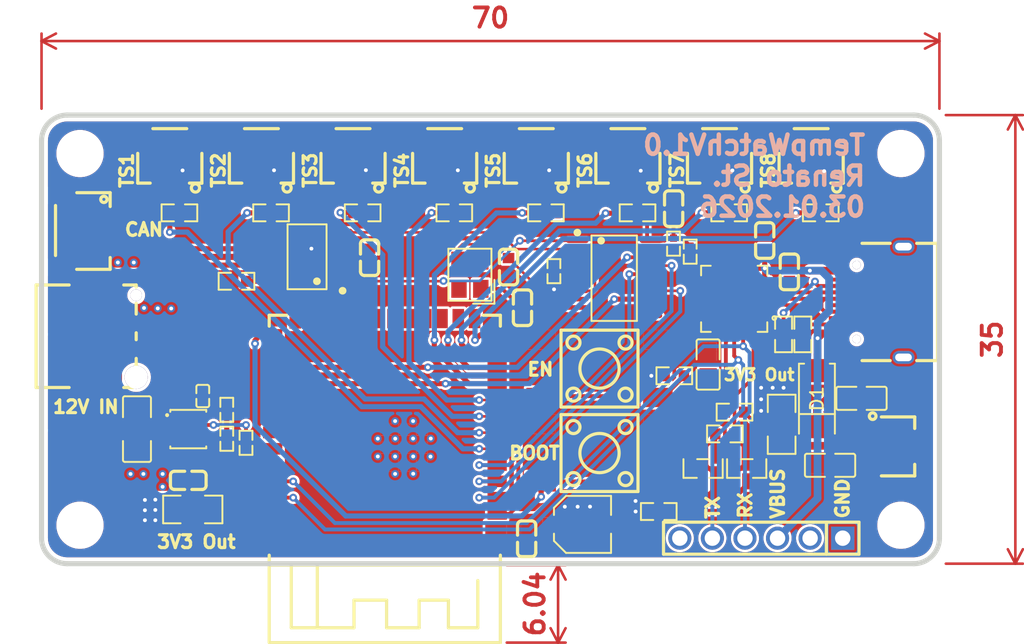
<source format=kicad_pcb>
(kicad_pcb (version 20241229) (generator "pcbnew") (generator_version "9.0")
  (layers (0 "F.Cu" signal) (4 "In1.Cu" signal) (6 "In2.Cu" signal) (2 "B.Cu" signal) (13 "F.Paste" user) (15 "B.Paste" user) (5 "F.SilkS" user "F.Silkscreen") (7 "B.SilkS" user "B.Silkscreen") (1 "F.Mask" user) (3 "B.Mask" user) (25 "Edge.Cuts" user))
  (net 0 "")
  (net 1 "/Connector/Temp1")
  (net 2 "/Connector/Temp2")
  (net 3 "/Connector/Temp3")
  (net 4 "/Connector/Temp4")
  (net 5 "/Connector/Temp5")
  (net 6 "/Connector/Temp6")
  (net 7 "/Connector/Temp7")
  (net 8 "/Connector/Temp8")
  (net 9 "+12V")
  (net 10 "GND")
  (net 11 "/CAN/CANL")
  (net 12 "/CAN/CANH")
  (net 13 "+3.3V")
  (net 14 "Net-(U6-VDD)")
  (net 15 "VBUS")
  (net 16 "Net-(U7-SS{slash}TR)")
  (net 19 "/esp32S3/TX")
  (net 20 "/esp32S3/RX")
  (net 21 "Net-(Q1-E)")
  (net 22 "/esp32S3/EN")
  (net 23 "Net-(Q1-B)")
  (net 24 "Net-(Q2-E)")
  (net 25 "Net-(Q2-B)")
  (net 26 "/esp32S3/BOOT")
  (net 27 "Net-(U5-SBU1)")
  (net 28 "Net-(U5-SBU2)")
  (net 29 "Net-(U7-PG)")
  (net 30 "Net-(U7-FB)")
  (net 31 "/CAN/MISO")
  (net 32 "/CAN/MOSI")
  (net 33 "/CAN/SCK")
  (net 34 "/CAN/CAN_CS")
  (net 35 "/CAN/TXCAN")
  (net 36 "/CAN/CAN_IN")
  (net 37 "/CAN/RXCAN")
  (net 59 "Net-(U5-DN1)")
  (net 60 "Net-(U5-DP1)")
  (net 80 "Net-(C8-Pad2)")
  (net 81 "Net-(U9-VOUT)")
  (net 82 "Net-(U1-OSC2)")
  (net 83 "Net-(U1-OSC1)")
  (net 84 "Net-(U2-RS)")
  (net 86 "Net-(U1-~{TX0RTS})")
  (net 87 "Net-(U1-~{RESET})")
  (net 90 "Net-(D1-K)")
  (footprint "easyeda2kicad:CAP-SMD_BD4.0-L4.3-W4.3-LS5.1-FD" (layer "F.Cu") (at 147.17 121.93)
    (property "Reference" "C5" (hide yes))
    (property "Value" "22uF" (hide yes))
  )
  (footprint "easyeda2kicad:C0805" (layer "F.Cu") (at 156.97 109.46 90)
    (property "Reference" "C16" (hide yes))
    (property "Value" "1uF" (hide yes))
  )
  (footprint "easyeda2kicad:CONN-SMD_SM03B-SRSS-TB-LF-SN-P" (layer "F.Cu") (at 122.142857 93.6875 180)
    (property "Reference" "CN2" (hide yes))
    (property "Value" "SM03B-SRSS-TB(LF)(SN)(P)")
  )
  (footprint "easyeda2kicad:C0603" (layer "F.Cu") (at 161.38 99.785 -90)
    (property "Reference" "C7" (hide yes))
    (property "Value" "100nF" (hide yes))
  )
  (footprint "easyeda2kicad:TSSOP-20_L6.5-W4.4-P0.65-LS6.4-BL" (layer "F.Cu") (at 149.645 102.73 -90)
    (property "Reference" "U1" (hide yes))
    (property "Value" "MCP2515-I/ST")
  )
  (footprint "easyeda2kicad:R0603" (layer "F.Cu") (at 162.85 107.11 90)
    (property "Reference" "R14" (hide yes))
    (property "Value" "5.1k" (hide yes))
  )
  (footprint "MountingHole:MountingHole_3.2mm_M3_DIN965" (layer "F.Cu") (at 172 93)
    (property "Reference" "H602" (hide yes))
    (property "Value" "MountingHole")
  )
  (footprint "easyeda2kicad:CONN-SMD_SM02B-PASS-1-TBT-LF-SN" (layer "F.Cu") (at 111.5 107.255348 90)
    (property "Reference" "CN11" (hide yes))
    (property "Value" "SM02B-PASS-1-TBT(LF)(SN)")
  )
  (footprint "easyeda2kicad:CONN-SMD_SM03B-SRSS-TB-LF-SN-P" (layer "F.Cu") (at 157.857143 93.6875 180)
    (property "Reference" "CN7" (hide yes))
    (property "Value" "SM03B-SRSS-TB(LF)(SN)(P)")
  )
  (footprint "easyeda2kicad:R0603" (layer "F.Cu") (at 122.892857 97.6275 180)
    (property "Reference" "R2" (hide yes))
    (property "Value" "4.7k")
  )
  (footprint "easyeda2kicad:C0603" (layer "F.Cu") (at 116.44 118.5)
    (property "Reference" "C8" (hide yes))
    (property "Value" "47uF" (hide yes))
  )
  (footprint "easyeda2kicad:R0603" (layer "F.Cu") (at 159.025 113.175)
    (property "Reference" "R17" (hide yes))
    (property "Value" "10k" (hide yes))
  )
  (footprint "easyeda2kicad:USIP-8_L3.0-W2.8-P0.65-TL-EP" (layer "F.Cu") (at 116.44 114.5)
    (property "Reference" "U7" (hide yes))
    (property "Value" "TPS82130SILR" (hide yes))
  )
  (footprint "easyeda2kicad:C0603" (layer "F.Cu") (at 142.82 123.055 90)
    (property "Reference" "C4" (hide yes))
    (property "Value" "100nF" (hide yes))
  )
  (footprint "easyeda2kicad:C0402" (layer "F.Cu") (at 117.57 111.92 -90)
    (property "Reference" "C9" (hide yes))
    (property "Value" "430pF" (hide yes))
  )
  (footprint "easyeda2kicad:CONN-SMD_SM03B-SRSS-TB-LF-SN-P" (layer "F.Cu") (at 143.571429 93.6875 180)
    (property "Reference" "CN5" (hide yes))
    (property "Value" "SM03B-SRSS-TB(LF)(SN)(P)")
  )
  (footprint "easyeda2kicad:CONN-SMD_SM03B-SRSS-TB-LF-SN-P" (layer "F.Cu") (at 115 93.6875 180)
    (property "Reference" "CN1" (hide yes))
    (property "Value" "SM03B-SRSS-TB(LF)(SN)(P)")
  )
  (footprint "easyeda2kicad:CRYSTAL-SMD_4P-L3.2-W2.5-BL" (layer "F.Cu") (at 138.395 102.455 90)
    (property "Reference" "X2" (hide yes))
    (property "Value" "10MHz")
  )
  (footprint "MountingHole:MountingHole_3.2mm_M3_DIN965" (layer "F.Cu") (at 108 93)
    (property "Reference" "H601" (hide yes))
    (property "Value" "MountingHole")
  )
  (footprint "easyeda2kicad:CONN-SMD_4P-P1.00_SM04B-SRSS-TB-LF-SN" (layer "F.Cu") (at 108.55 99.075 -90)
    (property "Reference" "CN10" (hide yes))
    (property "Value" "SM04B-SRSS-TB (LF)(SN)")
  )
  (footprint "easyeda2kicad:C0805" (layer "F.Cu") (at 168.925 112.1)
    (property "Reference" "C15" (hide yes))
    (property "Value" "1uF" (hide yes))
  )
  (footprint "easyeda2kicad:R0603" (layer "F.Cu") (at 137.178571 97.6275 180)
    (property "Reference" "R4" (hide yes))
    (property "Value" "4.7k")
  )
  (footprint "easyeda2kicad:SMA_L4.4-W2.6-LS5.0-RD" (layer "F.Cu") (at 165.45 112.125 90)
    (property "Reference" "D1")
    (property "Value" "B340A-13-F")
  )
  (footprint "easyeda2kicad:CONN-SMD_SM03B-SRSS-TB-LF-SN-P" (layer "F.Cu") (at 150.714286 93.6875 180)
    (property "Reference" "CN6" (hide yes))
    (property "Value" "SM03B-SRSS-TB(LF)(SN)(P)")
  )
  (footprint "easyeda2kicad:R0603" (layer "F.Cu") (at 120.2 102.965348)
    (property "Reference" "R21" (hide yes))
    (property "Value" "10")
  )
  (footprint "easyeda2kicad:R0603" (layer "F.Cu") (at 153.12 120.93 180)
    (property "Reference" "R12" (hide yes))
    (property "Value" "10k" (hide yes))
  )
  (footprint "MountingHole:MountingHole_3.2mm_M3_DIN965" (layer "F.Cu") (at 172 122)
    (property "Reference" "H603" (hide yes))
    (property "Value" "MountingHole")
  )
  (footprint "easyeda2kicad:C0603" (layer "F.Cu") (at 130.575 101.125 90)
    (property "Reference" "C11" (hide yes))
    (property "Value" "100nF")
  )
  (footprint "easyeda2kicad:QFN-28_L5.0-W5.0-P0.50-TL-EP3.3" (layer "F.Cu") (at 159 104.335 180)
    (property "Reference" "U6" (hide yes))
    (property "Value" "CP2102N-A02-GQFN28R" (hide yes))
  )
  (footprint "easyeda2kicad:C0603" (layer "F.Cu") (at 154.28 97.3 -90)
    (property "Reference" "C3" (hide yes))
    (property "Value" "100nF")
  )
  (footprint "easyeda2kicad:HDR-TH_6P-P2.54-V-M-1" (layer "F.Cu") (at 161.11 123.01 180)
    (property "Reference" "H1" (hide yes))
    (property "Value" "1x6" (hide yes))
  )
  (footprint "easyeda2kicad:R0603" (layer "F.Cu") (at 158.607143 97.6275 180)
    (property "Reference" "R7" (hide yes))
    (property "Value" "4.7k")
  )
  (footprint "easyeda2kicad:R0402" (layer "F.Cu") (at 154.27 100.03 90)
    (property "Reference" "R10" (hide yes))
    (property "Value" "100k")
  )
  (footprint "easyeda2kicad:R0603" (layer "F.Cu") (at 158.275 114.875 180)
    (property "Reference" "R16" (hide yes))
    (property "Value" "10k" (hide yes))
  )
  (footprint "easyeda2kicad:C0805" (layer "F.Cu") (at 166.475 117.325)
    (property "Reference" "C14" (hide yes))
    (property "Value" "1uF" (hide yes))
  )
  (footprint "easyeda2kicad:C0603" (layer "F.Cu") (at 142.495 105.03 90)
    (property "Reference" "C2" (hide yes))
    (property "Value" "22pF" (hide yes))
  )
  (footprint "easyeda2kicad:USB-C-SMD_YTC-TC16S-24" (layer "F.Cu") (at 169.65 104.585 90)
    (property "Reference" "U5" (hide yes))
    (property "Value" "YTC-TC16S-24" (hide yes))
  )
  (footprint "easyeda2kicad:R0402" (layer "F.Cu") (at 144.945 102.175 90)
    (property "Reference" "R9" (hide yes))
    (property "Value" "100k")
  )
  (footprint "easyeda2kicad:R1206" (layer "F.Cu") (at 162.7 114.125 90)
    (property "Reference" "R26" (hide yes))
    (property "Value" "0" (hide yes))
  )
  (footprint "easyeda2kicad:R0603" (layer "F.Cu") (at 144.321429 97.6275 180)
    (property "Reference" "R5" (hide yes))
    (property "Value" "4.7k")
  )
  (footprint "easyeda2kicad:SW-SMD_4P-L6.0-W6.0-P4.50-LS9.0_H5.0" (layer "F.Cu") (at 148.5 109.78 180)
    (property "Reference" "SW2" (hide yes))
    (property "Value" "KH-6X6X5H-STM" (hide yes))
  )
  (footprint "easyeda2kicad:R0603" (layer "F.Cu") (at 115.75 97.6275 180)
    (property "Reference" "R1" (hide yes))
    (property "Value" "4.7k")
  )
  (footprint "easyeda2kicad:SW-SMD_4P-L6.0-W6.0-P4.50-LS9.0_H5.0" (layer "F.Cu") (at 148.5 116.37 180)
    (property "Reference" "SW1" (hide yes))
    (property "Value" "KH-6X6X5H-STM" (hide yes))
  )
  (footprint "easyeda2kicad:R0402" (layer "F.Cu") (at 119.44 113 -90)
    (property "Reference" "R19" (hide yes))
    (property "Value" "100k" (hide yes))
  )
  (footprint "easyeda2kicad:R0603" (layer "F.Cu") (at 164.35 107.11 90)
    (property "Reference" "R15" (hide yes))
    (property "Value" "5.1k" (hide yes))
  )
  (footprint "MountingHole:MountingHole_3.2mm_M3_DIN965" (layer "F.Cu") (at 108 122)
    (property "Reference" "H604" (hide yes))
    (property "Value" "MountingHole")
  )
  (footprint "easyeda2kicad:R0402" (layer "F.Cu") (at 155.57 100.655 90)
    (property "Reference" "R11" (hide yes))
    (property "Value" "100k")
  )
  (footprint "easyeda2kicad:C0603" (layer "F.Cu") (at 163.3 102.235 -90)
    (property "Reference" "C6" (hide yes))
    (property "Value" "100nF" (hide yes))
  )
  (footprint "easyeda2kicad:C0603" (layer "F.Cu") (at 141.41 101.855 90)
    (property "Reference" "C1" (hide yes))
    (property "Value" "22pF" (hide yes))
  )
  (footprint "easyeda2kicad:R0603" (layer "F.Cu") (at 154.33 110.34 180)
    (property "Reference" "R13" (hide yes))
    (property "Value" "10k" (hide yes))
  )
  (footprint "easyeda2kicad:SOIC-8_L4.9-W3.9-P1.27-LS6.0-BL" (layer "F.Cu") (at 125.7 101.055348 90)
    (property "Reference" "U2" (hide yes))
    (property "Value" "SN65HVD230D")
  )
  (footprint "easyeda2kicad:SOT-89-3_L4.5-W2.5-P1.50-LS4.1-BR" (layer "F.Cu") (at 171.225 115.85 180)
    (property "Reference" "U9" (hide yes))
    (property "Value" "H7651-33PR" (hide yes))
  )
  (footprint "easyeda2kicad:CONN-SMD_SM03B-SRSS-TB-LF-SN-P" (layer "F.Cu") (at 129.285714 93.6875 180)
    (property "Reference" "CN3" (hide yes))
    (property "Value" "SM03B-SRSS-TB(LF)(SN)(P)")
  )
  (footprint "easyeda2kicad:R1206" (layer "F.Cu") (at 116.79 120.77 180)
    (property "Reference" "R24" (hide yes))
    (property "Value" "0" (hide yes))
  )
  (footprint "easyeda2kicad:R0603" (layer "F.Cu") (at 130.035714 97.6275 180)
    (property "Reference" "R3" (hide yes))
    (property "Value" "4.7k")
  )
  (footprint "easyeda2kicad:SOT-23-3_L2.9-W1.3-P1.90-LS2.4-BR" (layer "F.Cu") (at 159.975 117.575 90)
    (property "Reference" "Q2" (hide yes))
    (property "Value" "BC817-25Q-7-F")
  )
  (footprint "easyeda2kicad:R0603" (layer "F.Cu") (at 165.75 97.6275 180)
    (property "Reference" "R8" (hide yes))
    (property "Value" "4.7k")
  )
  (footprint "easyeda2kicad:CONN-SMD_SM03B-SRSS-TB-LF-SN-P" (layer "F.Cu") (at 136.428571 93.6875 180)
    (property "Reference" "CN4" (hide yes))
    (property "Value" "SM03B-SRSS-TB(LF)(SN)(P)")
  )
  (footprint "easyeda2kicad:CONN-SMD_SM03B-SRSS-TB-LF-SN-P" (layer "F.Cu") (at 165 93.6875 180)
    (property "Reference" "CN8" (hide yes))
    (property "Value" "SM03B-SRSS-TB(LF)(SN)(P)")
  )
  (footprint "easyeda2kicad:R0603" (layer "F.Cu") (at 151.464286 97.6275 180)
    (property "Reference" "R6" (hide yes))
    (property "Value" "4.7k")
  )
  (footprint "easyeda2kicad:WIRELM-SMD_ESP32-S3-WROOM-1" (layer "F.Cu") (at 131.77 114.7675 180)
    (property "Reference" "U4" (hide yes))
    (property "Value" "ESP32-S3-WROOM-1(N8R2)" (hide yes))
  )
  (footprint "easyeda2kicad:C1206" (layer "F.Cu") (at 112.44 114.5 -90)
    (property "Reference" "C10" (hide yes))
    (property "Value" "10uF" (hide yes))
  )
  (footprint "easyeda2kicad:R0402" (layer "F.Cu") (at 120.94 115.57 -90)
    (property "Reference" "R18" (hide yes))
    (property "Value" "100k" (hide yes))
  )
  (footprint "easyeda2kicad:R0402" (layer "F.Cu") (at 119.44 115.254249 -90)
    (property "Reference" "R20" (hide yes))
    (property "Value" "309k" (hide yes))
  )
  (footprint "easyeda2kicad:SOT-23-3_L2.9-W1.3-P1.90-LS2.4-BR" (layer "F.Cu") (at 156.575 117.575 90)
    (property "Reference" "Q1" (hide yes))
    (property "Value" "BC817-25Q-7-F")
  )
  (gr_arc (start 173 90) (mid 174.414214 90.585786) (end 175 92) (stroke (width 0.4)) (layer "Edge.Cuts"))
  (gr_arc (start 107 125) (mid 105.585786 124.414214) (end 105 123) (stroke (width 0.4)) (layer "Edge.Cuts"))
  (gr_arc (start 175 123) (mid 174.414214 124.414214) (end 173 125) (stroke (width 0.4)) (layer "Edge.Cuts"))
  (gr_line (start 175 92) (end 175 123) (stroke (width 0.4)) (layer "Edge.Cuts"))
  (gr_line (start 173 125) (end 107 125) (stroke (width 0.4)) (layer "Edge.Cuts"))
  (gr_line (start 107 90) (end 173 90) (stroke (width 0.4)) (layer "Edge.Cuts"))
  (gr_arc (start 105 92) (mid 105.585786 90.585786) (end 107 90) (stroke (width 0.4)) (layer "Edge.Cuts"))
  (gr_line (start 105 123) (end 105 92) (stroke (width 0.4)) (layer "Edge.Cuts"))
  (gr_text "TS7" (at 155.12 95.81 90) (layer "F.SilkS") (effects (font (size 1 1) (thickness 0.25) (bold yes)) (justify left bottom)))
  (gr_text "TS6" (at 147.96 95.81 90) (layer "F.SilkS") (effects (font (size 1 1) (thickness 0.25) (bold yes)) (justify left bottom)))
  (gr_text "VBUS" (at 162.98 121.63 90) (layer "F.SilkS") (effects (font (size 1 1) (thickness 0.25) (bold yes)) (justify left bottom)))
  (gr_text "TS1" (at 112.23 95.81 90) (layer "F.SilkS") (effects (font (size 1 1) (thickness 0.25) (bold yes)) (justify left bottom)))
  (gr_text "TX" (at 157.92 121.63 90) (layer "F.SilkS") (effects (font (size 1 1) (thickness 0.25) (bold yes)) (justify left bottom)))
  (gr_text "3V3 Out\n" (at 113.88 123.88 0) (layer "F.SilkS") (effects (font (size 1 1) (thickness 0.25) (bold yes)) (justify left bottom)))
  (gr_text "RX\n" (at 160.45 121.6 90) (layer "F.SilkS") (effects (font (size 1 1) (thickness 0.25) (bold yes)) (justify left bottom)))
  (gr_text "GND\n" (at 168.03 121.6 90) (layer "F.SilkS") (effects (font (size 1 1) (thickness 0.25) (bold yes)) (justify left bottom)))
  (gr_text "TS3" (at 126.53 95.81 90) (layer "F.SilkS") (effects (font (size 1 1) (thickness 0.25) (bold yes)) (justify left bottom)))
  (gr_text "12V IN\n\n" (at 105.77 114.96 0) (layer "F.SilkS") (effects (font (size 1 1) (thickness 0.25) (bold yes)) (justify left bottom)))
  (gr_text "TS8" (at 162.25 95.81 90) (layer "F.SilkS") (effects (font (size 1 1) (thickness 0.25) (bold yes)) (justify left bottom)))
  (gr_text "3V3 Out\n" (at 158.08 110.79 0) (layer "F.SilkS") (effects (font (size 0.9 0.9) (thickness 0.25) (bold yes)) (justify left bottom)))
  (gr_text "CAN" (at 111.37 99.52 0) (layer "F.SilkS") (effects (font (size 1 1) (thickness 0.25) (bold yes)) (justify left bottom)))
  (gr_text "BOOT" (at 141.33 116.96 0) (layer "F.SilkS") (effects (font (size 1 1) (thickness 0.25) (bold yes)) (justify left bottom)))
  (gr_text "TS5" (at 140.8 95.81 90) (layer "F.SilkS") (effects (font (size 1 1) (thickness 0.25) (bold yes)) (justify left bottom)))
  (gr_text "TS4" (at 133.68 95.81 90) (layer "F.SilkS") (effects (font (size 1 1) (thickness 0.25) (bold yes)) (justify left bottom)))
  (gr_text "TS2" (at 119.38 95.81 90) (layer "F.SilkS") (effects (font (size 1 1) (thickness 0.25) (bold yes)) (justify left bottom)))
  (gr_text "EN\n" (at 142.75 110.43 0) (layer "F.SilkS") (effects (font (size 1 1) (thickness 0.25) (bold yes)) (justify left bottom)))
  (gr_text "TempWatchV1.0\nRenato St.\n03.01.2026" (at 169.39 98.05 0) (layer "B.SilkS") (effects (font (size 1.5 1.5) (thickness 0.35) (bold yes)) (justify left bottom mirror)))
  (dimension (type orthogonal) (layer "F.Cu") (pts (xy 140.77 125.1175) (xy 140.77 131.1575)) (height 4.5) (orientation 1) (format (prefix "") (suffix "") (units 3) (units_format 0) (precision 4) (suppress_zeroes yes)) (style (thickness 0.2) (arrow_length 1.27) (text_position_mode 0) (arrow_direction outward) (extension_height 0.58642) (extension_offset 0.5) (keep_text_aligned yes)) (gr_text "6.04" (at 143.47 128.1375 90) (layer "F.Cu") (effects (font (size 1.5 1.5) (thickness 0.3)))))
  (dimension (type orthogonal) (layer "F.Cu") (pts (xy 175 90) (xy 175 125)) (height 5.92) (orientation 1) (format (prefix "") (suffix "") (units 3) (units_format 0) (precision 4) (suppress_zeroes yes)) (style (thickness 0.2) (arrow_length 1.27) (text_position_mode 0) (arrow_direction outward) (extension_height 0.58642) (extension_offset 0.5) (keep_text_aligned yes)) (gr_text "35" (at 179.12 107.5 90) (layer "F.Cu") (effects (font (size 1.5 1.5) (thickness 0.3)))))
  (dimension (type orthogonal) (layer "F.Cu") (pts (xy 105 90) (xy 175 90)) (height -5.775) (orientation 0) (format (prefix "") (suffix "") (units 3) (units_format 0) (precision 4) (suppress_zeroes yes)) (style (thickness 0.2) (arrow_length 1.27) (text_position_mode 0) (arrow_direction outward) (extension_height 0.58642) (extension_offset 0.5) (keep_text_aligned yes)) (gr_text "70" (at 140 82.425 0) (layer "F.Cu") (effects (font (size 1.5 1.5) (thickness 0.3)))))
  (segment (start 139.12 116.0375) (end 140.52 116.0375) (width 0.2) (layer "F.Cu") (net 1))
  (segment (start 115 99.132152) (end 115 97.6275) (width 0.4) (layer "F.Cu") (net 1))
  (segment (start 115 97.6275) (end 115 95.6275) (width 0.4) (layer "F.Cu") (net 1))
  (via (at 139.12 116.0375) (size 0.6) (drill 0.3) (layers "F.Cu" "B.Cu") (net 1))
  (via (at 115 99.132152) (size 0.6) (drill 0.3) (layers "F.Cu" "B.Cu") (net 1))
  (segment (start 134.566 112.751) (end 129.976 112.751) (width 0.4) (layer "B.Cu") (net 1))
  (segment (start 129.976 112.751) (end 116.357152 99.132152) (width 0.4) (layer "B.Cu") (net 1))
  (segment (start 139.12 116.0375) (end 137.8525 116.0375) (width 0.4) (layer "B.Cu") (net 1))
  (segment (start 137.8525 116.0375) (end 134.566 112.751) (width 0.4) (layer "B.Cu") (net 1))
  (segment (start 116.357152 99.132152) (end 115 99.132152) (width 0.4) (layer "B.Cu") (net 1))
  (segment (start 122.142857 97.6275) (end 122.142857 95.6275) (width 0.4) (layer "F.Cu") (net 2))
  (segment (start 122.138205 97.632152) (end 122.142857 97.6275) (width 0.4) (layer "F.Cu") (net 2))
  (segment (start 139.12 114.78) (end 140.52 114.78) (width 0.2) (layer "F.Cu") (net 2))
  (segment (start 121.025 97.632152) (end 122.138205 97.632152) (width 0.4) (layer "F.Cu") (net 2))
  (via (at 121.025 97.632152) (size 0.6) (drill 0.3) (layers "F.Cu" "B.Cu") (net 2))
  (via (at 139.12 114.78) (size 0.6) (drill 0.3) (layers "F.Cu" "B.Cu") (net 2))
  (segment (start 134.814942 112.15) (end 137.444942 114.78) (width 0.4) (layer "B.Cu") (net 2))
  (segment (start 137.444942 114.78) (end 139.12 114.78) (width 0.4) (layer "B.Cu") (net 2))
  (segment (start 119.55 99.107152) (end 119.55 101.475058) (width 0.4) (layer "B.Cu") (net 2))
  (segment (start 119.55 101.475058) (end 130.224942 112.15) (width 0.4) (layer "B.Cu") (net 2))
  (segment (start 130.224942 112.15) (end 134.814942 112.15) (width 0.4) (layer "B.Cu") (net 2))
  (segment (start 121.025 97.632152) (end 119.55 99.107152) (width 0.4) (layer "B.Cu") (net 2))
  (segment (start 129.285714 97.6275) (end 129.285714 95.6275) (width 0.4) (layer "F.Cu") (net 3))
  (segment (start 128.3 97.607152) (end 129.265366 97.607152) (width 0.4) (layer "F.Cu") (net 3))
  (segment (start 139.12 113.505) (end 140.52 113.505) (width 0.2) (layer "F.Cu") (net 3))
  (segment (start 129.265366 97.607152) (end 129.285714 97.6275) (width 0.4) (layer "F.Cu") (net 3))
  (via (at 128.3 97.607152) (size 0.6) (drill 0.3) (layers "F.Cu" "B.Cu") (net 3))
  (via (at 139.12 113.505) (size 0.6) (drill 0.3) (layers "F.Cu" "B.Cu") (net 3))
  (segment (start 128.3 97.607152) (end 131.595 100.902152) (width 0.4) (layer "B.Cu") (net 3))
  (segment (start 137.019884 113.505) (end 139.12 113.505) (width 0.4) (layer "B.Cu") (net 3))
  (segment (start 131.595 100.902152) (end 131.595 108.080116) (width 0.4) (layer "B.Cu") (net 3))
  (segment (start 131.595 108.080116) (end 137.019884 113.505) (width 0.4) (layer "B.Cu") (net 3))
  (segment (start 135.4 97.625) (end 136.426071 97.625) (width 0.4) (layer "F.Cu") (net 4))
  (segment (start 136.426071 97.625) (end 136.428571 97.6275) (width 0.4) (layer "F.Cu") (net 4))
  (segment (start 136.428571 97.6275) (end 136.428571 95.6275) (width 0.4) (layer "F.Cu") (net 4))
  (segment (start 139.12 112.23) (end 140.52 112.23) (width 0.2) (layer "F.Cu") (net 4))
  (via (at 139.12 112.23) (size 0.6) (drill 0.3) (layers "F.Cu" "B.Cu") (net 4))
  (via (at 135.4 97.625) (size 0.6) (drill 0.3) (layers "F.Cu" "B.Cu") (net 4))
  (segment (start 133.645 99.385) (end 133.645 109.280174) (width 0.4) (layer "B.Cu") (net 4))
  (segment (start 136.594826 112.23) (end 139.12 112.23) (width 0.4) (layer "B.Cu") (net 4))
  (segment (start 135.4 97.625) (end 135.4 97.63) (width 0.4) (layer "B.Cu") (net 4))
  (segment (start 133.645 109.280174) (end 136.594826 112.23) (width 0.4) (layer "B.Cu") (net 4))
  (segment (start 135.4 97.63) (end 133.645 99.385) (width 0.4) (layer "B.Cu") (net 4))
  (segment (start 135.63 107.24) (end 135.63 107.555) (width 0.4) (layer "F.Cu") (net 5))
  (segment (start 143.566777 97.632152) (end 143.571429 97.6275) (width 0.4) (layer "F.Cu") (net 5))
  (segment (start 143.571429 97.6275) (end 143.571429 95.6275) (width 0.4) (layer "F.Cu") (net 5))
  (segment (start 135.62 107.565) (end 135.62 108.255) (width 0.4) (layer "F.Cu") (net 5))
  (segment (start 135.63 107.555) (end 135.62 107.565) (width 0.4) (layer "F.Cu") (net 5))
  (segment (start 142.475 97.632152) (end 143.566777 97.632152) (width 0.4) (layer "F.Cu") (net 5))
  (segment (start 138.3225 110.9575) (end 140.52 110.9575) (width 0.4) (layer "F.Cu") (net 5))
  (segment (start 135.62 108.255) (end 138.3225 110.9575) (width 0.4) (layer "F.Cu") (net 5))
  (via (at 142.475 97.632152) (size 0.6) (drill 0.3) (layers "F.Cu" "B.Cu") (net 5))
  (via (at 135.63 107.555) (size 0.6) (drill 0.3) (layers "F.Cu" "B.Cu") (net 5))
  (segment (start 140.467848 97.632152) (end 142.475 97.632152) (width 0.4) (layer "B.Cu") (net 5))
  (segment (start 135.63 102.47) (end 140.467848 97.632152) (width 0.4) (layer "B.Cu") (net 5))
  (segment (start 135.63 107.555) (end 135.63 102.47) (width 0.4) (layer "B.Cu") (net 5))
  (segment (start 138.2775 109.6875) (end 140.52 109.6875) (width 0.4) (layer "F.Cu") (net 6))
  (segment (start 136.685 108.095) (end 138.2775 109.6875) (width 0.4) (layer "F.Cu") (net 6))
  (segment (start 136.685 107.555) (end 136.685 108.095) (width 0.4) (layer "F.Cu") (net 6))
  (segment (start 150.375 97.657152) (end 148.975 97.657152) (width 0.4) (layer "F.Cu") (net 6))
  (segment (start 150.714286 97.6275) (end 150.714286 95.6275) (width 0.4) (layer "F.Cu") (net 6))
  (via (at 136.685 107.555) (size 0.6) (drill 0.3) (layers "F.Cu" "B.Cu") (net 6))
  (via (at 148.975 97.657152) (size 0.6) (drill 0.3) (layers "F.Cu" "B.Cu") (net 6))
  (segment (start 136.685 106.895) (end 145.147848 98.432152) (width 0.4) (layer "B.Cu") (net 6))
  (segment (start 136.685 107.555) (end 136.685 106.895) (width 0.4) (layer "B.Cu") (net 6))
  (segment (start 145.147848 98.432152) (end 148.2 98.432152) (width 0.4) (layer "B.Cu") (net 6))
  (segment (start 148.2 98.432152) (end 148.975 97.657152) (width 0.4) (layer "B.Cu") (net 6))
  (segment (start 137.74 107.555) (end 137.74 107.875) (width 0.4) (layer "F.Cu") (net 7))
  (segment (start 137.809034 107.555) (end 137.74 107.555) (width 0.4) (layer "F.Cu") (net 7))
  (segment (start 157.857143 97.6275) (end 157.857143 95.6275) (width 0.4) (layer "F.Cu") (net 7))
  (segment (start 138.2825 108.4175) (end 140.52 108.4175) (width 0.4) (layer "F.Cu") (net 7))
  (segment (start 156.45 97.6275) (end 157.8 97.6275) (width 0.4) (layer "F.Cu") (net 7))
  (segment (start 137.74 107.875) (end 138.2825 108.4175) (width 0.4) (layer "F.Cu") (net 7))
  (segment (start 157.8 95.684643) (end 157.857143 95.6275) (width 0.4) (layer "F.Cu") (net 7))
  (via (at 156.45 97.6275) (size 0.6) (drill 0.3) (layers "F.Cu" "B.Cu") (net 7))
  (via (at 137.74 107.555) (size 0.6) (drill 0.3) (layers "F.Cu" "B.Cu") (net 7))
  (segment (start 137.74 107.555) (end 137.74 106.689942) (width 0.4) (layer "B.Cu") (net 7))
  (segment (start 137.74 106.689942) (end 145.39679 99.033152) (width 0.4) (layer "B.Cu") (net 7))
  (segment (start 155.044348 99.033152) (end 156.45 97.6275) (width 0.4) (layer "B.Cu") (net 7))
  (segment (start 145.39679 99.033152) (end 155.044348 99.033152) (width 0.4) (layer "B.Cu") (net 7))
  (segment (start 140.5125 107.155) (end 140.52 107.1475) (width 0.4) (layer "F.Cu") (net 8))
  (segment (start 165 97.6275) (end 165 95.6275) (width 0.4) (layer "F.Cu") (net 8))
  (segment (start 165.2 97.632152) (end 163.8 97.632152) (width 0.4) (layer "F.Cu") (net 8))
  (segment (start 139.195 107.155) (end 140.5125 107.155) (width 0.4) (layer "F.Cu") (net 8))
  (segment (start 138.795 107.555) (end 139.195 107.155) (width 0.4) (layer "F.Cu") (net 8))
  (via (at 138.795 107.555) (size 0.6) (drill 0.3) (layers "F.Cu" "B.Cu") (net 8))
  (via (at 163.8 97.632152) (size 0.6) (drill 0.3) (layers "F.Cu" "B.Cu") (net 8))
  (segment (start 138.795 106.484884) (end 138.795 107.555) (width 0.4) (layer "B.Cu") (net 8))
  (segment (start 163.792848 97.632152) (end 161.790848 99.634152) (width 0.4) (layer "B.Cu") (net 8))
  (segment (start 161.790848 99.634152) (end 145.645732 99.634152) (width 0.4) (layer "B.Cu") (net 8))
  (segment (start 163.8 97.632152) (end 163.792848 97.632152) (width 0.4) (layer "B.Cu") (net 8))
  (segment (start 145.645732 99.634152) (end 138.795 106.484884) (width 0.4) (layer "B.Cu") (net 8))
  (segment (start 114.3125 108.255348) (end 114.644652 108.255348) (width 0.5) (layer "F.Cu") (net 9))
  (segment (start 114.644652 108.255348) (end 116.4 106.5) (width 0.5) (layer "F.Cu") (net 9))
  (segment (start 108.375 98.625) (end 109.425 97.575) (width 0.5) (layer "F.Cu") (net 9))
  (segment (start 109.95 102.35) (end 108.375 100.775) (width 0.5) (layer "F.Cu") (net 9))
  (segment (start 113.455347 102.351) (end 113.454346 102.35) (width 0.5) (layer "F.Cu") (net 9))
  (segment (start 113.454346 102.35) (end 109.95 102.35) (width 0.5) (layer "F.Cu") (net 9))
  (segment (start 116.4 103.85) (end 114.901 102.351) (width 0.5) (layer "F.Cu") (net 9))
  (segment (start 114.901 102.351) (end 113.455347 102.351) (width 0.5) (layer "F.Cu") (net 9))
  (segment (start 109.425 97.575) (end 109.975 97.575) (width 0.5) (layer "F.Cu") (net 9))
  (segment (start 109.975 97.575) (end 110.49 97.575) (width 0.2) (layer "F.Cu") (net 9))
  (segment (start 108.375 100.775) (end 108.375 98.625) (width 0.5) (layer "F.Cu") (net 9))
  (segment (start 116.4 106.5) (end 116.4 103.85) (width 0.5) (layer "F.Cu") (net 9))
  (via (at 132.575 115.245) (size 0.6) (drill 0.3) (layers "F.Cu" "B.Cu") (net 10))
  (via (at 114.44 118) (size 0.6) (drill 0.3) (layers "F.Cu" "B.Cu") (net 10))
  (via (at 132.565 113.875) (size 0.6) (drill 0.3) (layers "F.Cu" "B.Cu") (net 10))
  (via (at 133.975 117.985) (size 0.6) (drill 0.3) (layers "F.Cu" "B.Cu") (net 10))
  (via (at 133.965 113.875) (size 0.6) (drill 0.3) (layers "F.Cu" "B.Cu") (net 10))
  (via (at 114.06 105.08) (size 0.6) (drill 0.3) (layers "F.Cu" "B.Cu") (net 10))
  (via (at 110.95 101.5) (size 0.6) (drill 0.3) (layers "F.Cu" "B.Cu") (net 10))
  (via (at 115.11 105.09) (size 0.6) (drill 0.3) (layers "F.Cu" "B.Cu") (net 10))
  (via (at 112.19 101.5) (size 0.6) (drill 0.3) (layers "F.Cu" "B.Cu") (net 10))
  (via (at 135.325 116.645) (size 0.6) (drill 0.3) (layers "F.Cu" "B.Cu") (net 10))
  (via (at 135.345 115.235) (size 0.6) (drill 0.3) (layers "F.Cu" "B.Cu") (net 10))
  (via (at 112.94 118) (size 0.6) (drill 0.3) (layers "F.Cu" "B.Cu") (net 10))
  (via (at 131.215 116.635) (size 0.6) (drill 0.3) (layers "F.Cu" "B.Cu") (net 10))
  (via (at 111.94 118) (size 0.6) (drill 0.3) (layers "F.Cu" "B.Cu") (net 10))
  (via (at 132.565 116.635) (size 0.6) (drill 0.3) (layers "F.Cu" "B.Cu") (net 10))
  (via (at 133.965 115.235) (size 0.6) (drill 0.3) (layers "F.Cu" "B.Cu") (net 10))
  (via (at 114.44 119) (size 0.6) (drill 0.3) (layers "F.Cu" "B.Cu") (net 10))
  (via (at 112.99 105.05) (size 0.6) (drill 0.3) (layers "F.Cu" "B.Cu") (net 10))
  (via (at 131.215 115.245) (size 0.6) (drill 0.3) (layers "F.Cu" "B.Cu") (net 10))
  (via (at 133.975 116.635) (size 0.6) (drill 0.3) (layers "F.Cu" "B.Cu") (net 10))
  (via (at 132.565 117.995) (size 0.6) (drill 0.3) (layers "F.Cu" "B.Cu") (net 10))
  (segment (start 123.13 100.425348) (end 113.650348 100.425348) (width 0.4) (layer "F.Cu") (net 11))
  (segment (start 111.8 98.575) (end 110.49 98.575) (width 0.4) (layer "F.Cu") (net 11))
  (segment (start 113.650348 100.425348) (end 111.8 98.575) (width 0.4) (layer "F.Cu") (net 11))
  (segment (start 123.11 101.705348) (end 117.005 101.705348) (width 0.4) (layer "F.Cu") (net 12))
  (segment (start 116.999652 101.7) (end 113.725 101.7) (width 0.4) (layer "F.Cu") (net 12))
  (segment (start 113.725 101.7) (end 111.580348 99.555348) (width 0.4) (layer "F.Cu") (net 12))
  (segment (start 111.580348 99.555348) (end 110.045 99.555348) (width 0.4) (layer "F.Cu") (net 12))
  (segment (start 123.13 101.685348) (end 123.11 101.705348) (width 0.4) (layer "F.Cu") (net 12))
  (segment (start 117.005 101.705348) (end 116.999652 101.7) (width 0.4) (layer "F.Cu") (net 12))
  (segment (start 116.5 97.63) (end 116.5 96.634652) (width 0.4) (layer "F.Cu") (net 13))
  (segment (start 137.92 96.624652) (end 137.42 96.124652) (width 0.4) (layer "F.Cu") (net 13))
  (segment (start 144.572143 94.310705) (end 144.575 94.307848) (width 0.2) (layer "F.Cu") (net 13))
  (segment (start 144.945 103.585) (end 144.955 103.595) (width 0.2) (layer "F.Cu") (net 13))
  (segment (start 123.162143 94.310705) (end 123.165 94.307848) (width 0.2) (layer "F.Cu") (net 13))
  (segment (start 130.840348 100.630348) (end 130.835 100.625) (width 0.4) (layer "F.Cu") (net 13))
  (segment (start 166.51 96.61) (end 166.51 97.6175) (width 0.4) (layer "F.Cu") (net 13))
  (segment (start 152.21 97.631786) (end 152.214286 97.6275) (width 0.3) (layer "F.Cu") (net 13))
  (segment (start 123.63 97.62) (end 123.63 96.624652) (width 0.4) (layer "F.Cu") (net 13))
  (segment (start 154.27 98.01) (end 154.28 98) (width 0.3) (layer "F.Cu") (net 13))
  (segment (start 153.345 99.795) (end 153.565 99.795) (width 0.3) (layer "F.Cu") (net 13))
  (segment (start 145.04 97.62) (end 145.04 96.624652) (width 0.4) (layer "F.Cu") (net 13))
  (segment (start 130.285714 95.605348) (end 130.285714 94.300705) (width 0.4) (layer "F.Cu") (net 13))
  (segment (start 130.79 97.61) (end 130.79 96.614652) (width 0.4) (layer "F.Cu") (net 13))
  (segment (start 166.51 97.6175) (end 166.5 97.6275) (width 0.4) (layer "F.Cu") (net 13))
  (segment (start 154.945 99.6) (end 155.57 100.225) (width 0.3) (layer "F.Cu") (net 13))
  (segment (start 116.5 96.634652) (end 116 96.134652) (width 0.4) (layer "F.Cu") (net 13))
  (segment (start 154.27 99.6) (end 154.945 99.6) (width 0.3) (layer "F.Cu") (net 13))
  (segment (start 137.452143 94.310705) (end 137.455 94.307848) (width 0.2) (layer "F.Cu") (net 13))
  (segment (start 159.325 96.636804) (end 158.825 96.136804) (width 0.4) (layer "F.Cu") (net 13))
  (segment (start 152.23 96.654652) (end 151.73 96.154652) (width 0.4) (layer "F.Cu") (net 13))
  (segment (start 153.34 99.8) (end 153.345 99.795) (width 0.3) (layer "F.Cu") (net 13))
  (segment (start 166.01 95.68) (end 166.01 94.375357) (width 0.4) (layer "F.Cu") (net 13))
  (segment (start 144.945 102.605) (end 144.945 103.585) (width 0.2) (layer "F.Cu") (net 13))
  (segment (start 123.125714 95.615348) (end 123.125714 94.310705) (width 0.4) (layer "F.Cu") (net 13))
  (segment (start 128.27 100.425348) (end 126.045348 100.425348) (width 0.4) (layer "F.Cu") (net 13))
  (segment (start 130.79 96.614652) (end 130.29 96.114652) (width 0.4) (layer "F.Cu") (net 13))
  (segment (start 128.27 100.425348) (end 130.574652 100.425348) (width 0.4) (layer "F.Cu") (net 13))
  (segment (start 166.01 94.375357) (end 166.012857 94.3725) (width 0.2) (layer "F.Cu") (net 13))
  (segment (start 152.21 99.8) (end 152.21 97.631786) (width 0.3) (layer "F.Cu") (net 13))
  (segment (start 158.857143 94.322857) (end 158.86 94.32) (width 0.2) (layer "F.Cu") (net 13))
  (segment (start 166 96.1) (end 166.51 96.61) (width 0.4) (layer "F.Cu") (net 13))
  (segment (start 153.565 99.795) (end 153.765 99.595) (width 0.3) (layer "F.Cu") (net 13))
  (segment (start 123.63 96.624652) (end 123.13 96.124652) (width 0.4) (layer "F.Cu") (net 13))
  (segment (start 144.572143 95.615348) (end 144.572143 94.310705) (width 0.4) (layer "F.Cu") (net 13))
  (segment (start 130.574652 100.425348) (end 130.575 100.425) (width 0.2) (layer "F.Cu") (net 13))
  (segment (start 145.04 96.624652) (end 144.54 96.124652) (width 0.4) (layer "F.Cu") (net 13))
  (segment (start 152.54 110.34) (end 153.58 110.34) (width 0.3) (layer "F.Cu") (net 13))
  (segment (start 137.92 97.62) (end 137.92 96.624652) (width 0.4) (layer "F.Cu") (net 13))
  (segment (start 151.714286 95.645348) (end 151.714286 94.340705) (width 0.4) (layer "F.Cu") (net 13))
  (segment (start 154.27 99.6) (end 154.27 98.01) (width 0.3) (layer "F.Cu") (net 13))
  (segment (start 159.325 97.632152) (end 159.325 96.636804) (width 0.4) (layer "F.Cu") (net 13))
  (segment (start 152.23 97.65) (end 152.23 96.654652) (width 0.4) (layer "F.Cu") (net 13))
  (segment (start 158.857143 95.6275) (end 158.857143 94.322857) (width 0.4) (layer "F.Cu") (net 13))
  (segment (start 152.515 99.8) (end 153.34 99.8) (width 0.3) (layer "F.Cu") (net 13))
  (segment (start 115.995714 95.625348) (end 115.995714 94.320705) (width 0.4) (layer "F.Cu") (net 13))
  (segment (start 137.452143 95.615348) (end 137.452143 94.310705) (width 0.4) (layer "F.Cu") (net 13))
  (segment (start 153.765 99.595) (end 154.265 99.595) (width 0.3) (layer "F.Cu") (net 13))
  (segment (start 116.032143 94.320705) (end 116.035 94.317848) (width 0.2) (layer "F.Cu") (net 13))
  (segment (start 154.265 99.595) (end 154.27 99.6) (width 0.3) (layer "F.Cu") (net 13))
  (segment (start 166 95.6275) (end 166 96.1) (width 0.4) (layer "F.Cu") (net 13))
  (segment (start 130.322143 94.300705) (end 130.325 94.297848) (width 0.2) (layer "F.Cu") (net 13))
  (via (at 144.955 103.595) (size 0.6) (drill 0.3) (layers "F.Cu" "B.Cu") (net 13))
  (via (at 144.575 94.307848) (size 0.6) (drill 0.3) (layers "F.Cu" "B.Cu") (net 13))
  (via (at 162 111.275) (size 0.6) (drill 0.3) (layers "F.Cu" "B.Cu") (net 13))
  (via (at 161.1 111.275) (size 0.6) (drill 0.3) (layers "F.Cu" "B.Cu") (net 13))
  (via (at 166.012857 94.3725) (size 0.6) (drill 0.3) (layers "F.Cu" "B.Cu") (net 13))
  (via (at 161.1 112.175) (size 0.6) (drill 0.3) (layers "F.Cu" "B.Cu") (net 13))
  (via (at 151.31 120.11) (size 0.6) (drill 0.3) (layers "F.Cu" "B.Cu") (net 13))
  (via (at 126.04 100.42) (size 0.6) (drill 0.3) (layers "F.Cu" "B.Cu") (net 13))
  (via (at 151.315 120.93) (size 0.6) (drill 0.3) (layers "F.Cu" "B.Cu") (net 13))
  (via (at 113.06 120.03) (size 0.6) (drill 0.3) (layers "F.Cu" "B.Cu") (net 13))
  (via (at 158.86 94.32) (size 0.6) (drill 0.3) (layers "F.Cu" "B.Cu") (net 13))
  (via (at 115.995714 94.317848) (size 0.6) (drill 0.3) (layers "F.Cu" "B.Cu") (net 13))
  (via (at 130.285714 94.297848) (size 0.6) (drill 0.3) (layers "F.Cu" "B.Cu") (net 13))
  (via (at 113.87 121.61) (size 0.6) (drill 0.3) (layers "F.Cu" "B.Cu") (net 13))
  (via (at 113.87 120.81) (size 0.6) (drill 0.3) (layers "F.Cu" "B.Cu") (net 13))
  (via (at 123.125714 94.307848) (size 0.6) (drill 0.3) (layers "F.Cu" "B.Cu") (net 13))
  (via (at 152.54 110.34) (size 0.6) (drill 0.3) (layers "F.Cu" "B.Cu") (net 13))
  (via (at 161.1 113.075) (size 0.6) (drill 0.3) (layers "F.Cu" "B.Cu") (net 13))
  (via (at 146.795 120.555) (size 0.6) (drill 0.3) (layers "F.Cu" "B.Cu") (net 13))
  (via (at 151.714286 94.340705) (size 0.6) (drill 0.3) (layers "F.Cu" "B.Cu") (net 13))
  (via (at 137.455 94.307848) (size 0.6) (drill 0.3) (layers "F.Cu" "B.Cu") (net 13))
  (via (at 162.85 111.275) (size 0.6) (drill 0.3) (layers "F.Cu" "B.Cu") (net 13))
  (via (at 113.06 120.83) (size 0.6) (drill 0.3) (layers "F.Cu" "B.Cu") (net 13))
  (via (at 113.87 120.01) (size 0.6) (drill 0.3) (layers "F.Cu" "B.Cu") (net 13))
  (via (at 113.06 121.61) (size 0.6) (drill 0.3) (layers "F.Cu" "B.Cu") (net 13))
  (via (at 147.76 120.55) (size 0.6) (drill 0.3) (layers "F.Cu" "B.Cu") (net 13))
  (via (at 145.795 120.555) (size 0.6) (drill 0.3) (layers "F.Cu" "B.Cu") (net 13))
  (segment (start 162.55 102.935) (end 163.25 102.935) (width 0.3) (layer "F.Cu") (net 14))
  (segment (start 161.38 103.335) (end 162.15 103.335) (width 0.3) (layer "F.Cu") (net 14))
  (segment (start 162.15 103.335) (end 162.55 102.935) (width 0.3) (layer "F.Cu") (net 14))
  (segment (start 165.5 107.408) (end 165.5 108.685) (width 0.6) (layer "F.Cu") (net 15))
  (segment (start 165.873 107.035) (end 167.1 107.035) (width 0.6) (layer "F.Cu") (net 15))
  (segment (start 165.5 108.685) (end 165.5 110.14) (width 0.6) (layer "F.Cu") (net 15))
  (segment (start 160.55 101.955) (end 161.2 101.955) (width 0.4) (layer "F.Cu") (net 15))
  (segment (start 167.1 102.135) (end 164.9 102.135) (width 0.6) (layer "F.Cu") (net 15))
  (segment (start 161.38 102.785) (end 161.38 100.485) (width 0.4) (layer "F.Cu") (net 15))
  (segment (start 165.5 107.408) (end 165.873 107.035) (width 0.6) (layer "F.Cu") (net 15))
  (via (at 161.38 101.955) (size 0.6) (drill 0.3) (layers "F.Cu" "B.Cu") (net 15))
  (via (at 165.5 107.408) (size 0.6) (drill 0.3) (layers "F.Cu" "B.Cu") (net 15))
  (via (at 164.9 102.135) (size 0.6) (drill 0.3) (layers "F.Cu" "B.Cu") (net 15))
  (segment (start 166.4 102.735) (end 165.8 102.135) (width 0.6) (layer "B.Cu") (net 15))
  (segment (start 164.9 102.135) (end 161.56 102.135) (width 0.6) (layer "B.Cu") (net 15))
  (segment (start 165.5 107.408) (end 165.5 106.185) (width 0.6) (layer "B.Cu") (net 15))
  (segment (start 166.4 105.285) (end 166.4 102.735) (width 0.6) (layer "B.Cu") (net 15))
  (segment (start 165.5 106.185) (end 166.4 105.285) (width 0.6) (layer "B.Cu") (net 15))
  (segment (start 161.56 102.135) (end 161.38 101.955) (width 0.6) (layer "B.Cu") (net 15))
  (segment (start 165.5 107.408) (end 165.5 119.89) (width 0.6) (layer "B.Cu") (net 15))
  (segment (start 165.8 102.135) (end 164.9 102.135) (width 0.6) (layer "B.Cu") (net 15))
  (segment (start 165.5 119.89) (end 162.38 123.01) (width 0.6) (layer "B.Cu") (net 15))
  (segment (start 117.57 113.53) (end 117.57 112.34) (width 0.3) (layer "F.Cu") (net 16))
  (segment (start 123.02 119.8475) (end 124.62 119.8475) (width 0.3) (layer "F.Cu") (net 19))
  (segment (start 159 108.785) (end 159 106.715) (width 0.3) (layer "F.Cu") (net 19))
  (segment (start 159.32 109.105) (end 159 108.785) (width 0.3) (layer "F.Cu") (net 19))
  (via (at 159.32 109.105) (size 0.6) (drill 0.3) (layers "F.Cu" "B.Cu") (net 19))
  (via (at 124.62 119.8475) (size 0.6) (drill 0.3) (layers "F.Cu" "B.Cu") (net 19))
  (segment (start 159.7 112.96) (end 157.3 115.36) (width 0.3) (layer "B.Cu") (net 19))
  (segment (start 155.885 109.485) (end 143.405 121.965) (width 0.3) (layer "B.Cu") (net 19))
  (segment (start 159.7 109.485) (end 159.7 112.96) (width 0.3) (layer "B.Cu") (net 19))
  (segment (start 159.32 109.105) (end 159.7 109.485) (width 0.3) (layer "B.Cu") (net 19))
  (segment (start 159.32 109.105) (end 158.94 109.485) (width 0.3) (layer "B.Cu") (net 19))
  (segment (start 158.94 109.485) (end 155.885 109.485) (width 0.3) (layer "B.Cu") (net 19))
  (segment (start 143.405 121.965) (end 143.04 122.33) (width 0.3) (layer "B.Cu") (net 19))
  (segment (start 157.3 115.36) (end 157.3 123.01) (width 0.3) (layer "B.Cu") (net 19))
  (segment (start 127.1025 122.33) (end 124.62 119.8475) (width 0.3) (layer "B.Cu") (net 19))
  (segment (start 143.04 122.33) (end 127.1025 122.33) (width 0.3) (layer "B.Cu") (net 19))
  (segment (start 159.5 107.307404) (end 159.5 106.715) (width 0.3) (layer "F.Cu") (net 20))
  (segment (start 159.7 107.507404) (end 159.5 107.307404) (width 0.3) (layer "F.Cu") (net 20))
  (segment (start 124.62 118.5775) (end 123.02 118.5775) (width 0.3) (layer "F.Cu") (net 20))
  (segment (start 159.7 108.035) (end 159.7 107.507404) (width 0.3) (layer "F.Cu") (net 20))
  (via (at 124.62 118.5775) (size 0.6) (drill 0.3) (layers "F.Cu" "B.Cu") (net 20))
  (via (at 159.7 108.035) (size 0.6) (drill 0.3) (layers "F.Cu" "B.Cu") (net 20))
  (segment (start 160.201 109.27748) (end 160.201 113.16752) (width 0.3) (layer "B.Cu") (net 20))
  (segment (start 159.7 108.035) (end 160.2 108.535) (width 0.3) (layer "B.Cu") (net 20))
  (segment (start 156.615 108.035) (end 143.026 121.624) (width 0.3) (layer "B.Cu") (net 20))
  (segment (start 142.821 121.829) (end 127.8715 121.829) (width 0.3) (layer "B.Cu") (net 20))
  (segment (start 159.84 113.52852) (end 159.84 123.01) (width 0.3) (layer "B.Cu") (net 20))
  (segment (start 159.97 123.02) (end 159.97 123.04) (width 0.6) (layer "B.Cu") (net 20))
  (segment (start 124.6425 118.5775) (end 124.62 118.555) (width 0.3) (layer "B.Cu") (net 20))
  (segment (start 160.2 108.535) (end 160.2 109.276479) (width 0.3) (layer "B.Cu") (net 20))
  (segment (start 159.7 108.035) (end 156.615 108.035) (width 0.3) (layer "B.Cu") (net 20))
  (segment (start 127.8715 121.829) (end 124.62 118.5775) (width 0.3) (layer "B.Cu") (net 20))
  (segment (start 143.026 121.624) (end 142.821 121.829) (width 0.3) (layer "B.Cu") (net 20))
  (segment (start 160.2 109.276479) (end 160.201 109.27748) (width 0.3) (layer "B.Cu") (net 20))
  (segment (start 160.201 113.16752) (end 159.84 113.52852) (width 0.3) (layer "B.Cu") (net 20))
  (segment (start 158.5 107.529652) (end 158.35 107.679652) (width 0.3) (layer "F.Cu") (net 21))
  (segment (start 158.35 113.1) (end 158.275 113.175) (width 0.3) (layer "F.Cu") (net 21))
  (segment (start 155.625 114.725) (end 157.175 113.175) (width 0.3) (layer "F.Cu") (net 21))
  (segment (start 158.5 106.715) (end 158.5 107.529652) (width 0.3) (layer "F.Cu") (net 21))
  (segment (start 158.025 113.175) (end 158.225 113.375) (width 0.3) (layer "F.Cu") (net 21))
  (segment (start 155.625 116.925) (end 155.675 116.975) (width 0.3) (layer "F.Cu") (net 21))
  (segment (start 155.625 115.325) (end 155.625 114.725) (width 0.3) (layer "F.Cu") (net 21))
  (segment (start 158.35 107.679652) (end 158.35 113.1) (width 0.3) (layer "F.Cu") (net 21))
  (segment (start 155.625 115.325) (end 155.625 116.925) (width 0.3) (layer "F.Cu") (net 21))
  (segment (start 157.175 113.175) (end 158.025 113.175) (width 0.3) (layer "F.Cu") (net 21))
  (segment (start 141.4825 121.1175) (end 140.52 121.1175) (width 0.3) (layer "F.Cu") (net 22))
  (segment (start 156.97 110.46) (end 155.2 110.46) (width 0.3) (layer "F.Cu") (net 22))
  (segment (start 156.575 118.575) (end 155.855 118.575) (width 0.3) (layer "F.Cu") (net 22))
  (segment (start 157.195 110.18) (end 157.245 110.13) (width 0.3) (layer "F.Cu") (net 22))
  (segment (start 153.45 112.03) (end 153.05 112.03) (width 0.2) (layer "F.Cu") (net 22))
  (segment (start 153.87 111.93) (end 143.63 111.93) (width 0.3) (layer "F.Cu") (net 22))
  (segment (start 155.855 118.575) (end 154.71 117.43) (width 0.3) (layer "F.Cu") (net 22))
  (segment (start 153.45 112.03) (end 155.08 110.4) (width 0.3) (layer "F.Cu") (net 22))
  (segment (start 142.17 113.39) (end 142.17 120.43) (width 0.3) (layer "F.Cu") (net 22))
  (segment (start 154.71 117.43) (end 154.71 113.29) (width 0.3) (layer "F.Cu") (net 22))
  (segment (start 154.71 113.29) (end 153.45 112.03) (width 0.3) (layer "F.Cu") (net 22))
  (segment (start 143.63 111.93) (end 142.17 113.39) (width 0.3) (layer "F.Cu") (net 22))
  (segment (start 142.17 120.43) (end 141.4825 121.1175) (width 0.3) (layer "F.Cu") (net 22))
  (segment (start 157.525 116.925) (end 157.525 115.125) (width 0.3) (layer "F.Cu") (net 23))
  (segment (start 159.025 111.96) (end 160.5 110.485) (width 0.275) (layer "F.Cu") (net 24))
  (segment (start 160.5 110.485) (end 160.5 106.715) (width 0.275) (layer "F.Cu") (net 24))
  (segment (start 159.025 116.925) (end 159.025 112.075) (width 0.275) (layer "F.Cu") (net 24))
  (segment (start 159.025 112.075) (end 159.025 111.96) (width 0.275) (layer "F.Cu") (net 24))
  (segment (start 160.925 116.575) (end 160.925 114.325) (width 0.3) (layer "F.Cu") (net 25))
  (segment (start 160.925 114.325) (end 159.775 113.175) (width 0.3) (layer "F.Cu") (net 25))
  (segment (start 153.87 120.93) (end 157.92 120.93) (width 0.4) (layer "F.Cu") (net 26))
  (segment (start 153.87 120.68) (end 154.17 120.98) (width 0.4) (layer "F.Cu") (net 26))
  (segment (start 157.92 120.93) (end 159.975 118.875) (width 0.4) (layer "F.Cu") (net 26))
  (segment (start 121.645 107.83) (end 121.645 107.58) (width 0.4) (layer "F.Cu") (net 26))
  (segment (start 143.95 118.64) (end 143.94 118.63) (width 0.4) (layer "F.Cu") (net 26))
  (segment (start 122.0775 107.1475) (end 123.02 107.1475) (width 0.4) (layer "F.Cu") (net 26))
  (segment (start 143.95 119.78076) (end 143.95 118.64) (width 0.4) (layer "F.Cu") (net 26))
  (segment (start 159.975 118.875) (end 159.975 118.575) (width 0.2) (layer "F.Cu") (net 26))
  (segment (start 143.94 118.63) (end 153.87 118.63) (width 0.4) (layer "F.Cu") (net 26))
  (segment (start 121.645 107.58) (end 122.0775 107.1475) (width 0.4) (layer "F.Cu") (net 26))
  (segment (start 153.87 118.63) (end 153.87 120.48) (width 0.4) (layer "F.Cu") (net 26))
  (via (at 121.645 107.83) (size 0.6) (drill 0.3) (layers "F.Cu" "B.Cu") (net 26))
  (via (at 143.95 119.78076) (size 0.6) (drill 0.3) (layers "F.Cu" "B.Cu") (net 26))
  (segment (start 143.95 119.78076) (end 142.45276 121.278) (width 0.4) (layer "B.Cu") (net 26))
  (segment (start 121.645 114.205) (end 121.645 107.83) (width 0.4) (layer "B.Cu") (net 26))
  (segment (start 128.718 121.278) (end 121.645 114.205) (width 0.4) (layer "B.Cu") (net 26))
  (segment (start 142.45276 121.278) (end 128.718 121.278) (width 0.4) (layer "B.Cu") (net 26))
  (segment (start 162.85 105.435) (end 162.85 106.16) (width 0.3) (layer "F.Cu") (net 27))
  (segment (start 162.85 106.16) (end 162.65 106.36) (width 0.3) (layer "F.Cu") (net 27))
  (segment (start 165.3 103.085) (end 165.55 103.335) (width 0.3) (layer "F.Cu") (net 27))
  (segment (start 165.3 102.985) (end 165.3 103.085) (width 0.3) (layer "F.Cu") (net 27))
  (segment (start 165.55 103.335) (end 167.1 103.335) (width 0.3) (layer "F.Cu") (net 27))
  (via (at 165.3 102.985) (size 0.6) (drill 0.3) (layers "F.Cu" "B.Cu") (net 27))
  (via (at 162.85 105.435) (size 0.6) (drill 0.3) (layers "F.Cu" "B.Cu") (net 27))
  (segment (start 162.85 105.435) (end 165.3 102.985) (width 0.3) (layer "B.Cu") (net 27))
  (segment (start 164.65 106.335) (end 167.1 106.335) (width 0.3) (layer "F.Cu") (net 28))
  (segment (start 117.57 114.18) (end 118.389941 114.18) (width 0.3) (layer "F.Cu") (net 29))
  (segment (start 118.389941 114.18) (end 118.407351 114.16259) (width 0.3) (layer "F.Cu") (net 29))
  (segment (start 120.94 114.18) (end 120.94 115.14) (width 0.3) (layer "F.Cu") (net 29))
  (via (at 120.94 114.18) (size 0.6) (drill 0.3) (layers "F.Cu" "B.Cu") (net 29))
  (via (at 118.407351 114.18) (size 0.6) (drill 0.3) (layers "F.Cu" "B.Cu") (net 29))
  (segment (start 118.407351 114.18) (end 120.94 114.18) (width 0.3) (layer "B.Cu") (net 29))
  (segment (start 117.6275 114.8775) (end 119.386749 114.8775) (width 0.3) (layer "F.Cu") (net 30))
  (segment (start 117.57 114.82) (end 117.574249 114.824249) (width 0.3) (layer "F.Cu") (net 30))
  (segment (start 117.57 114.82) (end 117.6275 114.8775) (width 0.3) (layer "F.Cu") (net 30))
  (segment (start 119.44 114.824249) (end 119.44 113.43) (width 0.4) (layer "F.Cu") (net 30))
  (segment (start 152.515 101.75) (end 154.12 101.75) (width 0.2) (layer "F.Cu") (net 31))
  (segment (start 139.12 118.5775) (end 140.52 118.5775) (width 0.3) (layer "F.Cu") (net 31))
  (via (at 154.12 101.75) (size 0.6) (drill 0.3) (layers "F.Cu" "B.Cu") (net 31))
  (via (at 139.12 118.5775) (size 0.6) (drill 0.3) (layers "F.Cu" "B.Cu") (net 31))
  (segment (start 139.12 118.5775) (end 140.83898 118.5775) (width 0.3) (layer "B.Cu") (net 31))
  (segment (start 140.83898 118.5775) (end 154.12 105.29648) (width 0.3) (layer "B.Cu") (net 31))
  (segment (start 154.12 105.29648) (end 154.12 101.75) (width 0.3) (layer "B.Cu") (net 31))
  (segment (start 139.12 117.3075) (end 140.52 117.3075) (width 0.3) (layer "F.Cu") (net 32))
  (segment (start 152.515 102.41) (end 150.82 102.41) (width 0.3) (layer "F.Cu") (net 32))
  (via (at 139.12 117.3075) (size 0.6) (drill 0.3) (layers "F.Cu" "B.Cu") (net 32))
  (via (at 150.82 102.41) (size 0.6) (drill 0.3) (layers "F.Cu" "B.Cu") (net 32))
  (segment (start 141.40046 117.3075) (end 150.82 107.88796) (width 0.3) (layer "B.Cu") (net 32))
  (segment (start 150.82 107.88796) (end 150.82 102.41) (width 0.3) (layer "B.Cu") (net 32))
  (segment (start 139.12 117.3075) (end 141.40046 117.3075) (width 0.3) (layer "B.Cu") (net 32))
  (segment (start 139.12 119.8475) (end 140.52 119.8475) (width 0.3) (layer "F.Cu") (net 33))
  (segment (start 152.515 103.71) (end 154.7 103.71) (width 0.2) (layer "F.Cu") (net 33))
  (segment (start 154.7 103.71) (end 154.795 103.805) (width 0.2) (layer "F.Cu") (net 33))
  (via (at 154.795 103.71) (size 0.6) (drill 0.3) (layers "F.Cu" "B.Cu") (net 33))
  (via (at 139.12 119.8475) (size 0.6) (drill 0.3) (layers "F.Cu" "B.Cu") (net 33))
  (segment (start 140.2775 119.8475) (end 154.795 105.33) (width 0.3) (layer "B.Cu") (net 33))
  (segment (start 139.12 119.8475) (end 140.2775 119.8475) (width 0.3) (layer "B.Cu") (net 33))
  (segment (start 154.795 105.33) (end 154.795 103.71) (width 0.3) (layer "B.Cu") (net 33))
  (segment (start 152.515 101.1) (end 155.735 101.1) (width 0.3) (layer "F.Cu") (net 34))
  (segment (start 152.515 101.1) (end 150.65 101.1) (width 0.3) (layer "F.Cu") (net 34))
  (segment (start 135.12 109.68) (end 124.72 109.68) (width 0.4) (layer "F.Cu") (net 34))
  (segment (start 124.7125 109.6875) (end 123.02 109.6875) (width 0.4) (layer "F.Cu") (net 34))
  (segment (start 124.72 109.68) (end 124.7125 109.6875) (width 0.4) (layer "F.Cu") (net 34))
  (segment (start 150.65 101.1) (end 150.645 101.105) (width 0.4) (layer "F.Cu") (net 34))
  (via (at 150.65 101.1) (size 0.6) (drill 0.3) (layers "F.Cu" "B.Cu") (net 34))
  (via (at 135.12 109.68) (size 0.6) (drill 0.3) (layers "F.Cu" "B.Cu") (net 34))
  (segment (start 135.12 109.68) (end 142.095 109.68) (width 0.4) (layer "B.Cu") (net 34))
  (segment (start 150.65 101.125) (end 150.65 101.1) (width 0.4) (layer "B.Cu") (net 34))
  (segment (start 142.095 109.68) (end 150.65 101.125) (width 0.4) (layer "B.Cu") (net 34))
  (segment (start 142.295 99.805) (end 143.12 99.805) (width 0.2) (layer "F.Cu") (net 35))
  (segment (start 136.32 102.96) (end 128.275348 102.96) (width 0.2) (layer "F.Cu") (net 35))
  (segment (start 145.16 99.805) (end 145.165 99.8) (width 0.2) (layer "F.Cu") (net 35))
  (segment (start 143.12 99.805) (end 145.16 99.805) (width 0.2) (layer "F.Cu") (net 35))
  (segment (start 143.12 99.805) (end 146.77 99.805) (width 0.2) (layer "F.Cu") (net 35))
  (segment (start 146.77 99.805) (end 146.775 99.8) (width 0.2) (layer "F.Cu") (net 35))
  (segment (start 128.275348 102.96) (end 128.27 102.965348) (width 0.2) (layer "F.Cu") (net 35))
  (via (at 136.34 102.94) (size 0.6) (drill 0.3) (layers "F.Cu" "B.Cu") (net 35))
  (via (at 142.295 99.805) (size 0.6) (drill 0.3) (layers "F.Cu" "B.Cu") (net 35))
  (segment (start 139.16 102.94) (end 142.295 99.805) (width 0.2) (layer "B.Cu") (net 35))
  (segment (start 136.34 102.94) (end 139.16 102.94) (width 0.2) (layer "B.Cu") (net 35))
  (segment (start 136.495 110.955) (end 123.0225 110.955) (width 0.4) (layer "F.Cu") (net 36))
  (segment (start 152.515 104.36) (end 149.645 104.36) (width 0.4) (layer "F.Cu") (net 36))
  (segment (start 123.0225 110.955) (end 123.02 110.9575) (width 0.4) (layer "F.Cu") (net 36))
  (via (at 149.645 104.36) (size 0.6) (drill 0.3) (layers "F.Cu" "B.Cu") (net 36))
  (via (at 136.495 110.955) (size 0.6) (drill 0.3) (layers "F.Cu" "B.Cu") (net 36))
  (segment (start 143.045 110.955) (end 149.64 104.36) (width 0.4) (layer "B.Cu") (net 36))
  (segment (start 136.495 110.955) (end 143.045 110.955) (width 0.4) (layer "B.Cu") (net 36))
  (segment (start 149.64 104.36) (end 149.645 104.36) (width 0.4) (layer "B.Cu") (net 36))
  (segment (start 146.775 100.45) (end 146.77 100.455) (width 0.2) (layer "F.Cu") (net 37))
  (segment (start 146.77 100.455) (end 141.995 100.455) (width 0.2) (layer "F.Cu") (net 37))
  (segment (start 128.275348 99.15) (end 128.27 99.155348) (width 0.2) (layer "F.Cu") (net 37))
  (segment (start 140.69 99.15) (end 128.275348 99.15) (width 0.2) (layer "F.Cu") (net 37))
  (segment (start 141.995 100.455) (end 140.69 99.15) (width 0.2) (layer "F.Cu") (net 37))
  (segment (start 165.8 105.085) (end 166.05 105.335) (width 0.3) (layer "F.Cu") (net 59))
  (segment (start 166.05 105.335) (end 167.1 105.335) (width 0.3) (layer "F.Cu") (net 59))
  (segment (start 161.38 104.335) (end 166.05 104.335) (width 0.3) (layer "F.Cu") (net 59))
  (segment (start 166.05 104.335) (end 165.8 104.585) (width 0.3) (layer "F.Cu") (net 59))
  (segment (start 165.8 104.585) (end 165.8 105.085) (width 0.3) (layer "F.Cu") (net 59))
  (segment (start 166.05 104.335) (end 167.1 104.335) (width 0.3) (layer "F.Cu") (net 59))
  (segment (start 168.45 104.085) (end 168.45 104.585) (width 0.3) (layer "F.Cu") (net 60))
  (segment (start 168.2 103.835) (end 168.45 104.085) (width 0.3) (layer "F.Cu") (net 60))
  (segment (start 168.2 104.835) (end 167.1 104.835) (width 0.3) (layer "F.Cu") (net 60))
  (segment (start 161.38 103.835) (end 167.1 103.835) (width 0.3) (layer "F.Cu") (net 60))
  (segment (start 168.45 104.585) (end 168.2 104.835) (width 0.3) (layer "F.Cu") (net 60))
  (segment (start 167.1 103.835) (end 168.2 103.835) (width 0.3) (layer "F.Cu") (net 60))
  (segment (start 166.784612 115.803421) (end 162.898421 115.803421) (width 0.6) (layer "F.Cu") (net 81))
  (segment (start 167.5 117.35) (end 167.475 117.325) (width 0.2) (layer "F.Cu") (net 81))
  (segment (start 162.898421 115.803421) (end 162.7 115.605) (width 0.6) (layer "F.Cu") (net 81))
  (segment (start 162.73 115.575) (end 162.7 115.605) (width 0.5) (layer "F.Cu") (net 81))
  (segment (start 167.466209 117.316209) (end 167.466209 116.485018) (width 0.6) (layer "F.Cu") (net 81))
  (segment (start 169.975 117.35) (end 167.5 117.35) (width 0.6) (layer "F.Cu") (net 81))
  (segment (start 167.475 117.325) (end 167.466209 117.316209) (width 0.6) (layer "F.Cu") (net 81))
  (segment (start 162.705 115.6) (end 162.7 115.605) (width 0.5) (layer "F.Cu") (net 81))
  (segment (start 167.466209 116.485018) (end 166.784612 115.803421) (width 0.6) (layer "F.Cu") (net 81))
  (segment (start 144.615 104.36) (end 146.775 104.36) (width 0.2) (layer "F.Cu") (net 82))
  (segment (start 141.41 100.445) (end 141.41 101.155) (width 0.2) (layer "F.Cu") (net 82))
  (segment (start 137.545 101.355) (end 137.545 100.355) (width 0.2) (layer "F.Cu") (net 82))
  (segment (start 137.545 100.355) (end 137.82 100.08) (width 0.2) (layer "F.Cu") (net 82))
  (segment (start 141.245 100.28) (end 141.41 100.445) (width 0.2) (layer "F.Cu") (net 82))
  (segment (start 141.41 101.155) (end 144.615 104.36) (width 0.2) (layer "F.Cu") (net 82))
  (segment (start 137.82 100.08) (end 141.045 100.08) (width 0.2) (layer "F.Cu") (net 82))
  (segment (start 141.045 100.08) (end 141.245 100.28) (width 0.2) (layer "F.Cu") (net 82))
  (segment (start 141.695 104.33) (end 142.495 104.33) (width 0.3) (layer "F.Cu") (net 83))
  (segment (start 139.245 103.555) (end 139.845 103.555) (width 0.2) (layer "F.Cu") (net 83))
  (segment (start 139.845 103.555) (end 140.92 103.555) (width 0.3) (layer "F.Cu") (net 83))
  (segment (start 144.565 105.01) (end 146.775 105.01) (width 0.3) (layer "F.Cu") (net 83))
  (segment (start 142.495 104.33) (end 143.885 104.33) (width 0.3) (layer "F.Cu") (net 83))
  (segment (start 140.92 103.555) (end 141.695 104.33) (width 0.3) (layer "F.Cu") (net 83))
  (segment (start 143.885 104.33) (end 144.565 105.01) (width 0.3) (layer "F.Cu") (net 83))
  (segment (start 123.13 102.965348) (end 120.95 102.965348) (width 0.4) (layer "F.Cu") (net 84))
  (segment (start 144.95 101.75) (end 144.945 101.745) (width 0.2) (layer "F.Cu") (net 86))
  (segment (start 146.775 101.75) (end 144.95 101.75) (width 0.2) (layer "F.Cu") (net 86))
  (segment (start 148.145 103.505) (end 147.94 103.71) (width 0.2) (layer "F.Cu") (net 86))
  (segment (start 146.775 101.75) (end 146.775 102.41) (width 0.2) (layer "F.Cu") (net 86))
  (segment (start 147.9 102.41) (end 148.145 102.655) (width 0.2) (layer "F.Cu") (net 86))
  (segment (start 147.94 103.71) (end 146.775 103.71) (width 0.2) (layer "F.Cu") (net 86))
  (segment (start 148.145 102.655) (end 148.145 103.505) (width 0.2) (layer "F.Cu") (net 86))
  (segment (start 146.775 102.41) (end 147.9 102.41) (width 0.2) (layer "F.Cu") (net 86))
  (segment (start 154.26 100.45) (end 154.27 100.46) (width 0.3) (layer "F.Cu") (net 87))
  (segment (start 152.515 100.45) (end 154.26 100.45) (width 0.4) (layer "F.Cu") (net 87))
  (segment (start 167.925 112.1) (end 167.925 115) (width 0.6) (layer "F.Cu") (net 90))
  (segment (start 169.525 115.85) (end 170.075 115.85) (width 0.2) (layer "F.Cu") (net 90))
  (segment (start 166.275 112.1) (end 167.925 112.1) (width 0.6) (layer "F.Cu") (net 90))
  (segment (start 167.925 115) (end 168.775 115.85) (width 0.6) (layer "F.Cu") (net 90))
  (segment (start 168.775 115.85) (end 169.525 115.85) (width 0.6) (layer "F.Cu") (net 90))
  (segment (start 165.45 114.315) (end 165.45 112.925) (width 0.6) (layer "F.Cu") (net 90))
  (segment (start 165.45 112.925) (end 166.275 112.1) (width 0.6) (layer "F.Cu") (net 90))
  (zone (net 13) (net_name "+3.3V") (layer "F.Cu") (priority 3) (connect_pads (clearance 0)) (min_thickness 0.025) (fill yes (thermal_gap 0) (thermal_bridge_width 0.025))
    (polygon (pts (xy 139.595 123.135348) (xy 147.27 123.135348) (xy 147.27 121.655) (xy 153.145 121.655) (xy 153.145 119.185348) (xy 145.645 119.185348) (xy 143.545 121.105) (xy 139.595 121.110348)))
  )
  (zone (net 13) (net_name "+3.3V") (layer "F.Cu") (priority 4) (connect_pads (clearance 0)) (min_thickness 0.025) (fill yes (thermal_gap 0) (thermal_bridge_width 0.025) (smoothing fillet) (radius 0.5))
    (polygon (pts (xy 116.34 119.52) (xy 112.64 119.52) (xy 112.65 122.91) (xy 116.35 122.900886)))
  )
  (zone (net 80) (net_name "Net-(C8-Pad2)") (layer "F.Cu") (priority 1) (connect_pads (clearance 0)) (min_thickness 0.025) (fill yes (thermal_gap 0) (thermal_bridge_width 0.025))
    (polygon (pts (xy 114.474124 117) (xy 115.44 117.5) (xy 116.574124 118) (xy 116.574643 123.260886) (xy 121.94 123.25) (xy 121.94 115.304249) (xy 114.474124 115.3)))
  )
  (zone (net 10) (net_name "GND") (layer "F.Cu") (connect_pads (clearance 0)) (min_thickness 0.025) (fill yes (thermal_gap 0) (thermal_bridge_width 0.025) (smoothing fillet) (radius 0.5))
    (polygon (pts (xy 105 90) (xy 105 125) (xy 175 125) (xy 175 90)))
  )
  (zone (net 13) (net_name "+3.3V") (layer "F.Cu") (priority 4) (connect_pads (clearance 0)) (min_thickness 0.025) (fill yes (thermal_gap 0) (thermal_bridge_width 0.025) (smoothing fillet) (radius 0.5))
    (polygon (pts (xy 163.585 110.609643) (xy 160.570886 110.609643) (xy 160.570886 114.2) (xy 163.585 114.2)))
  )
  (zone (net 9) (net_name "+12V") (layer "F.Cu") (name "12V") (priority 1) (connect_pads (clearance 0)) (min_thickness 0.025) (fill yes (thermal_gap 0) (thermal_bridge_width 0.025))
    (polygon (pts (xy 104.99 114.5) (xy 105 107.205348) (xy 116.35 107.205348) (xy 116.37 114.525348)))
  )
  (zone (net 13) (net_name "+3.3V") (layer "B.Cu") (priority 2) (connect_pads (clearance 0)) (min_thickness 0.25) (fill yes (thermal_gap 0.5) (thermal_bridge_width 0.5))
    (polygon (pts (xy 105 90) (xy 105 125) (xy 175 125) (xy 175 90)))
  )
)
</source>
